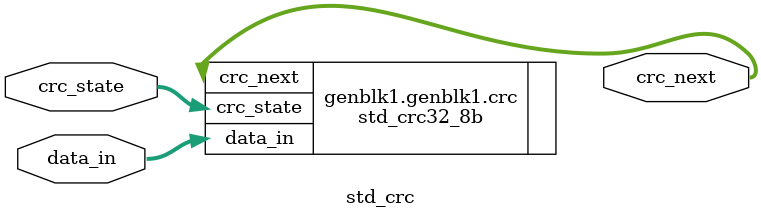
<source format=sv>


module std_crc #(parameter TYPE    = "ETH",  /* type: "ETH", "OTHER"*/ parameter DW      = 8, parameter TABLE = 0)       // width of data
(
	input [DW-1:0]  data_in, // input data
	input [CW-1:0]  crc_state, // input crc state
	output [CW-1:0] crc_next // next crc state
);
   
localparam CW      = 32;         // width of polynomial
generate
	if(TYPE=="ETH") begin
		if(DW==8) begin  	  
			std_crc32_8b crc
			(
				/*AUTOINST*/
				// Outputs
				.crc_next		(crc_next),
				// Inputs
				.data_in		(data_in),
				.crc_state		(crc_state)
			);
		end else if(DW==64) begin
			std_crc32_64b crc
			(
				/*AUTOINST*/
				// Outputs
				.crc_next		(crc_next),
				// Inputs
				.data_in		(data_in),
				.crc_state	(crc_state)
			);
		end

	end // if (TYPE=="ETH")      
endgenerate


endmodule // std_crc


</source>
